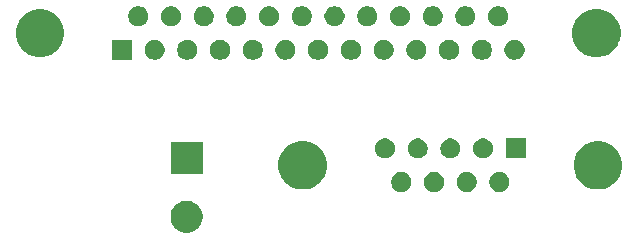
<source format=gbr>
G04 #@! TF.GenerationSoftware,KiCad,Pcbnew,5.1.5-52549c5~84~ubuntu18.04.1*
G04 #@! TF.CreationDate,2020-02-12T19:06:33-05:00*
G04 #@! TF.ProjectId,a3la_db25_to_db9,61336c61-5f64-4623-9235-5f746f5f6462,1*
G04 #@! TF.SameCoordinates,Original*
G04 #@! TF.FileFunction,Soldermask,Top*
G04 #@! TF.FilePolarity,Negative*
%FSLAX46Y46*%
G04 Gerber Fmt 4.6, Leading zero omitted, Abs format (unit mm)*
G04 Created by KiCad (PCBNEW 5.1.5-52549c5~84~ubuntu18.04.1) date 2020-02-12 19:06:33*
%MOMM*%
%LPD*%
G04 APERTURE LIST*
%ADD10C,0.100000*%
G04 APERTURE END LIST*
D10*
G36*
X122822072Y-91330918D02*
G01*
X123067939Y-91432759D01*
X123289212Y-91580610D01*
X123477390Y-91768788D01*
X123625241Y-91990061D01*
X123727082Y-92235928D01*
X123779000Y-92496938D01*
X123779000Y-92763062D01*
X123727082Y-93024072D01*
X123625241Y-93269939D01*
X123477390Y-93491212D01*
X123289212Y-93679390D01*
X123067939Y-93827241D01*
X123067938Y-93827242D01*
X123067937Y-93827242D01*
X122822072Y-93929082D01*
X122561063Y-93981000D01*
X122294937Y-93981000D01*
X122033928Y-93929082D01*
X121788063Y-93827242D01*
X121788062Y-93827242D01*
X121788061Y-93827241D01*
X121566788Y-93679390D01*
X121378610Y-93491212D01*
X121230759Y-93269939D01*
X121128918Y-93024072D01*
X121077000Y-92763062D01*
X121077000Y-92496938D01*
X121128918Y-92235928D01*
X121230759Y-91990061D01*
X121378610Y-91768788D01*
X121566788Y-91580610D01*
X121788061Y-91432759D01*
X122033928Y-91330918D01*
X122294937Y-91279000D01*
X122561063Y-91279000D01*
X122822072Y-91330918D01*
G37*
G36*
X149157216Y-88868229D02*
G01*
X149312088Y-88932379D01*
X149451469Y-89025511D01*
X149570003Y-89144045D01*
X149663135Y-89283426D01*
X149727285Y-89438298D01*
X149759988Y-89602710D01*
X149759988Y-89770342D01*
X149727285Y-89934754D01*
X149663135Y-90089626D01*
X149570003Y-90229007D01*
X149451469Y-90347541D01*
X149312088Y-90440673D01*
X149157216Y-90504823D01*
X148992804Y-90537526D01*
X148825172Y-90537526D01*
X148660760Y-90504823D01*
X148505888Y-90440673D01*
X148366507Y-90347541D01*
X148247973Y-90229007D01*
X148154841Y-90089626D01*
X148090691Y-89934754D01*
X148057988Y-89770342D01*
X148057988Y-89602710D01*
X148090691Y-89438298D01*
X148154841Y-89283426D01*
X148247973Y-89144045D01*
X148366507Y-89025511D01*
X148505888Y-88932379D01*
X148660760Y-88868229D01*
X148825172Y-88835526D01*
X148992804Y-88835526D01*
X149157216Y-88868229D01*
G37*
G36*
X140847216Y-88868229D02*
G01*
X141002088Y-88932379D01*
X141141469Y-89025511D01*
X141260003Y-89144045D01*
X141353135Y-89283426D01*
X141417285Y-89438298D01*
X141449988Y-89602710D01*
X141449988Y-89770342D01*
X141417285Y-89934754D01*
X141353135Y-90089626D01*
X141260003Y-90229007D01*
X141141469Y-90347541D01*
X141002088Y-90440673D01*
X140847216Y-90504823D01*
X140682804Y-90537526D01*
X140515172Y-90537526D01*
X140350760Y-90504823D01*
X140195888Y-90440673D01*
X140056507Y-90347541D01*
X139937973Y-90229007D01*
X139844841Y-90089626D01*
X139780691Y-89934754D01*
X139747988Y-89770342D01*
X139747988Y-89602710D01*
X139780691Y-89438298D01*
X139844841Y-89283426D01*
X139937973Y-89144045D01*
X140056507Y-89025511D01*
X140195888Y-88932379D01*
X140350760Y-88868229D01*
X140515172Y-88835526D01*
X140682804Y-88835526D01*
X140847216Y-88868229D01*
G37*
G36*
X143617216Y-88868229D02*
G01*
X143772088Y-88932379D01*
X143911469Y-89025511D01*
X144030003Y-89144045D01*
X144123135Y-89283426D01*
X144187285Y-89438298D01*
X144219988Y-89602710D01*
X144219988Y-89770342D01*
X144187285Y-89934754D01*
X144123135Y-90089626D01*
X144030003Y-90229007D01*
X143911469Y-90347541D01*
X143772088Y-90440673D01*
X143617216Y-90504823D01*
X143452804Y-90537526D01*
X143285172Y-90537526D01*
X143120760Y-90504823D01*
X142965888Y-90440673D01*
X142826507Y-90347541D01*
X142707973Y-90229007D01*
X142614841Y-90089626D01*
X142550691Y-89934754D01*
X142517988Y-89770342D01*
X142517988Y-89602710D01*
X142550691Y-89438298D01*
X142614841Y-89283426D01*
X142707973Y-89144045D01*
X142826507Y-89025511D01*
X142965888Y-88932379D01*
X143120760Y-88868229D01*
X143285172Y-88835526D01*
X143452804Y-88835526D01*
X143617216Y-88868229D01*
G37*
G36*
X146387216Y-88868229D02*
G01*
X146542088Y-88932379D01*
X146681469Y-89025511D01*
X146800003Y-89144045D01*
X146893135Y-89283426D01*
X146957285Y-89438298D01*
X146989988Y-89602710D01*
X146989988Y-89770342D01*
X146957285Y-89934754D01*
X146893135Y-90089626D01*
X146800003Y-90229007D01*
X146681469Y-90347541D01*
X146542088Y-90440673D01*
X146387216Y-90504823D01*
X146222804Y-90537526D01*
X146055172Y-90537526D01*
X145890760Y-90504823D01*
X145735888Y-90440673D01*
X145596507Y-90347541D01*
X145477973Y-90229007D01*
X145384841Y-90089626D01*
X145320691Y-89934754D01*
X145287988Y-89770342D01*
X145287988Y-89602710D01*
X145320691Y-89438298D01*
X145384841Y-89283426D01*
X145477973Y-89144045D01*
X145596507Y-89025511D01*
X145735888Y-88932379D01*
X145890760Y-88868229D01*
X146055172Y-88835526D01*
X146222804Y-88835526D01*
X146387216Y-88868229D01*
G37*
G36*
X157852242Y-86294344D02*
G01*
X158212158Y-86443426D01*
X158225501Y-86448953D01*
X158561424Y-86673410D01*
X158847104Y-86959090D01*
X158937753Y-87094755D01*
X159071562Y-87295015D01*
X159226170Y-87668272D01*
X159304988Y-88064519D01*
X159304988Y-88468533D01*
X159226170Y-88864780D01*
X159110494Y-89144046D01*
X159071561Y-89238039D01*
X158847104Y-89573962D01*
X158561424Y-89859642D01*
X158225501Y-90084099D01*
X158225500Y-90084100D01*
X158225499Y-90084100D01*
X157852242Y-90238708D01*
X157455995Y-90317526D01*
X157051981Y-90317526D01*
X156655734Y-90238708D01*
X156282477Y-90084100D01*
X156282476Y-90084100D01*
X156282475Y-90084099D01*
X155946552Y-89859642D01*
X155660872Y-89573962D01*
X155436415Y-89238039D01*
X155397482Y-89144046D01*
X155281806Y-88864780D01*
X155202988Y-88468533D01*
X155202988Y-88064519D01*
X155281806Y-87668272D01*
X155436414Y-87295015D01*
X155570224Y-87094755D01*
X155660872Y-86959090D01*
X155946552Y-86673410D01*
X156282475Y-86448953D01*
X156295818Y-86443426D01*
X156655734Y-86294344D01*
X157051981Y-86215526D01*
X157455995Y-86215526D01*
X157852242Y-86294344D01*
G37*
G36*
X132852242Y-86294344D02*
G01*
X133212158Y-86443426D01*
X133225501Y-86448953D01*
X133561424Y-86673410D01*
X133847104Y-86959090D01*
X133937753Y-87094755D01*
X134071562Y-87295015D01*
X134226170Y-87668272D01*
X134304988Y-88064519D01*
X134304988Y-88468533D01*
X134226170Y-88864780D01*
X134110494Y-89144046D01*
X134071561Y-89238039D01*
X133847104Y-89573962D01*
X133561424Y-89859642D01*
X133225501Y-90084099D01*
X133225500Y-90084100D01*
X133225499Y-90084100D01*
X132852242Y-90238708D01*
X132455995Y-90317526D01*
X132051981Y-90317526D01*
X131655734Y-90238708D01*
X131282477Y-90084100D01*
X131282476Y-90084100D01*
X131282475Y-90084099D01*
X130946552Y-89859642D01*
X130660872Y-89573962D01*
X130436415Y-89238039D01*
X130397482Y-89144046D01*
X130281806Y-88864780D01*
X130202988Y-88468533D01*
X130202988Y-88064519D01*
X130281806Y-87668272D01*
X130436414Y-87295015D01*
X130570224Y-87094755D01*
X130660872Y-86959090D01*
X130946552Y-86673410D01*
X131282475Y-86448953D01*
X131295818Y-86443426D01*
X131655734Y-86294344D01*
X132051981Y-86215526D01*
X132455995Y-86215526D01*
X132852242Y-86294344D01*
G37*
G36*
X123779000Y-88981000D02*
G01*
X121077000Y-88981000D01*
X121077000Y-86279000D01*
X123779000Y-86279000D01*
X123779000Y-88981000D01*
G37*
G36*
X151144988Y-87697526D02*
G01*
X149442988Y-87697526D01*
X149442988Y-85995526D01*
X151144988Y-85995526D01*
X151144988Y-87697526D01*
G37*
G36*
X147772216Y-86028229D02*
G01*
X147927088Y-86092379D01*
X148066469Y-86185511D01*
X148185003Y-86304045D01*
X148278135Y-86443426D01*
X148342285Y-86598298D01*
X148374988Y-86762710D01*
X148374988Y-86930342D01*
X148342285Y-87094754D01*
X148278135Y-87249626D01*
X148185003Y-87389007D01*
X148066469Y-87507541D01*
X147927088Y-87600673D01*
X147772216Y-87664823D01*
X147607804Y-87697526D01*
X147440172Y-87697526D01*
X147275760Y-87664823D01*
X147120888Y-87600673D01*
X146981507Y-87507541D01*
X146862973Y-87389007D01*
X146769841Y-87249626D01*
X146705691Y-87094754D01*
X146672988Y-86930342D01*
X146672988Y-86762710D01*
X146705691Y-86598298D01*
X146769841Y-86443426D01*
X146862973Y-86304045D01*
X146981507Y-86185511D01*
X147120888Y-86092379D01*
X147275760Y-86028229D01*
X147440172Y-85995526D01*
X147607804Y-85995526D01*
X147772216Y-86028229D01*
G37*
G36*
X145002216Y-86028229D02*
G01*
X145157088Y-86092379D01*
X145296469Y-86185511D01*
X145415003Y-86304045D01*
X145508135Y-86443426D01*
X145572285Y-86598298D01*
X145604988Y-86762710D01*
X145604988Y-86930342D01*
X145572285Y-87094754D01*
X145508135Y-87249626D01*
X145415003Y-87389007D01*
X145296469Y-87507541D01*
X145157088Y-87600673D01*
X145002216Y-87664823D01*
X144837804Y-87697526D01*
X144670172Y-87697526D01*
X144505760Y-87664823D01*
X144350888Y-87600673D01*
X144211507Y-87507541D01*
X144092973Y-87389007D01*
X143999841Y-87249626D01*
X143935691Y-87094754D01*
X143902988Y-86930342D01*
X143902988Y-86762710D01*
X143935691Y-86598298D01*
X143999841Y-86443426D01*
X144092973Y-86304045D01*
X144211507Y-86185511D01*
X144350888Y-86092379D01*
X144505760Y-86028229D01*
X144670172Y-85995526D01*
X144837804Y-85995526D01*
X145002216Y-86028229D01*
G37*
G36*
X142232216Y-86028229D02*
G01*
X142387088Y-86092379D01*
X142526469Y-86185511D01*
X142645003Y-86304045D01*
X142738135Y-86443426D01*
X142802285Y-86598298D01*
X142834988Y-86762710D01*
X142834988Y-86930342D01*
X142802285Y-87094754D01*
X142738135Y-87249626D01*
X142645003Y-87389007D01*
X142526469Y-87507541D01*
X142387088Y-87600673D01*
X142232216Y-87664823D01*
X142067804Y-87697526D01*
X141900172Y-87697526D01*
X141735760Y-87664823D01*
X141580888Y-87600673D01*
X141441507Y-87507541D01*
X141322973Y-87389007D01*
X141229841Y-87249626D01*
X141165691Y-87094754D01*
X141132988Y-86930342D01*
X141132988Y-86762710D01*
X141165691Y-86598298D01*
X141229841Y-86443426D01*
X141322973Y-86304045D01*
X141441507Y-86185511D01*
X141580888Y-86092379D01*
X141735760Y-86028229D01*
X141900172Y-85995526D01*
X142067804Y-85995526D01*
X142232216Y-86028229D01*
G37*
G36*
X139462216Y-86028229D02*
G01*
X139617088Y-86092379D01*
X139756469Y-86185511D01*
X139875003Y-86304045D01*
X139968135Y-86443426D01*
X140032285Y-86598298D01*
X140064988Y-86762710D01*
X140064988Y-86930342D01*
X140032285Y-87094754D01*
X139968135Y-87249626D01*
X139875003Y-87389007D01*
X139756469Y-87507541D01*
X139617088Y-87600673D01*
X139462216Y-87664823D01*
X139297804Y-87697526D01*
X139130172Y-87697526D01*
X138965760Y-87664823D01*
X138810888Y-87600673D01*
X138671507Y-87507541D01*
X138552973Y-87389007D01*
X138459841Y-87249626D01*
X138395691Y-87094754D01*
X138362988Y-86930342D01*
X138362988Y-86762710D01*
X138395691Y-86598298D01*
X138459841Y-86443426D01*
X138552973Y-86304045D01*
X138671507Y-86185511D01*
X138810888Y-86092379D01*
X138965760Y-86028229D01*
X139130172Y-85995526D01*
X139297804Y-85995526D01*
X139462216Y-86028229D01*
G37*
G36*
X147663550Y-77678563D02*
G01*
X147818422Y-77742713D01*
X147957803Y-77835845D01*
X148076337Y-77954379D01*
X148169469Y-78093760D01*
X148233619Y-78248632D01*
X148266322Y-78413044D01*
X148266322Y-78580676D01*
X148233619Y-78745088D01*
X148169469Y-78899960D01*
X148076337Y-79039341D01*
X147957803Y-79157875D01*
X147818422Y-79251007D01*
X147663550Y-79315157D01*
X147499138Y-79347860D01*
X147331506Y-79347860D01*
X147167094Y-79315157D01*
X147012222Y-79251007D01*
X146872841Y-79157875D01*
X146754307Y-79039341D01*
X146661175Y-78899960D01*
X146597025Y-78745088D01*
X146564322Y-78580676D01*
X146564322Y-78413044D01*
X146597025Y-78248632D01*
X146661175Y-78093760D01*
X146754307Y-77954379D01*
X146872841Y-77835845D01*
X147012222Y-77742713D01*
X147167094Y-77678563D01*
X147331506Y-77645860D01*
X147499138Y-77645860D01*
X147663550Y-77678563D01*
G37*
G36*
X144893550Y-77678563D02*
G01*
X145048422Y-77742713D01*
X145187803Y-77835845D01*
X145306337Y-77954379D01*
X145399469Y-78093760D01*
X145463619Y-78248632D01*
X145496322Y-78413044D01*
X145496322Y-78580676D01*
X145463619Y-78745088D01*
X145399469Y-78899960D01*
X145306337Y-79039341D01*
X145187803Y-79157875D01*
X145048422Y-79251007D01*
X144893550Y-79315157D01*
X144729138Y-79347860D01*
X144561506Y-79347860D01*
X144397094Y-79315157D01*
X144242222Y-79251007D01*
X144102841Y-79157875D01*
X143984307Y-79039341D01*
X143891175Y-78899960D01*
X143827025Y-78745088D01*
X143794322Y-78580676D01*
X143794322Y-78413044D01*
X143827025Y-78248632D01*
X143891175Y-78093760D01*
X143984307Y-77954379D01*
X144102841Y-77835845D01*
X144242222Y-77742713D01*
X144397094Y-77678563D01*
X144561506Y-77645860D01*
X144729138Y-77645860D01*
X144893550Y-77678563D01*
G37*
G36*
X139353550Y-77678563D02*
G01*
X139508422Y-77742713D01*
X139647803Y-77835845D01*
X139766337Y-77954379D01*
X139859469Y-78093760D01*
X139923619Y-78248632D01*
X139956322Y-78413044D01*
X139956322Y-78580676D01*
X139923619Y-78745088D01*
X139859469Y-78899960D01*
X139766337Y-79039341D01*
X139647803Y-79157875D01*
X139508422Y-79251007D01*
X139353550Y-79315157D01*
X139189138Y-79347860D01*
X139021506Y-79347860D01*
X138857094Y-79315157D01*
X138702222Y-79251007D01*
X138562841Y-79157875D01*
X138444307Y-79039341D01*
X138351175Y-78899960D01*
X138287025Y-78745088D01*
X138254322Y-78580676D01*
X138254322Y-78413044D01*
X138287025Y-78248632D01*
X138351175Y-78093760D01*
X138444307Y-77954379D01*
X138562841Y-77835845D01*
X138702222Y-77742713D01*
X138857094Y-77678563D01*
X139021506Y-77645860D01*
X139189138Y-77645860D01*
X139353550Y-77678563D01*
G37*
G36*
X136583550Y-77678563D02*
G01*
X136738422Y-77742713D01*
X136877803Y-77835845D01*
X136996337Y-77954379D01*
X137089469Y-78093760D01*
X137153619Y-78248632D01*
X137186322Y-78413044D01*
X137186322Y-78580676D01*
X137153619Y-78745088D01*
X137089469Y-78899960D01*
X136996337Y-79039341D01*
X136877803Y-79157875D01*
X136738422Y-79251007D01*
X136583550Y-79315157D01*
X136419138Y-79347860D01*
X136251506Y-79347860D01*
X136087094Y-79315157D01*
X135932222Y-79251007D01*
X135792841Y-79157875D01*
X135674307Y-79039341D01*
X135581175Y-78899960D01*
X135517025Y-78745088D01*
X135484322Y-78580676D01*
X135484322Y-78413044D01*
X135517025Y-78248632D01*
X135581175Y-78093760D01*
X135674307Y-77954379D01*
X135792841Y-77835845D01*
X135932222Y-77742713D01*
X136087094Y-77678563D01*
X136251506Y-77645860D01*
X136419138Y-77645860D01*
X136583550Y-77678563D01*
G37*
G36*
X133813550Y-77678563D02*
G01*
X133968422Y-77742713D01*
X134107803Y-77835845D01*
X134226337Y-77954379D01*
X134319469Y-78093760D01*
X134383619Y-78248632D01*
X134416322Y-78413044D01*
X134416322Y-78580676D01*
X134383619Y-78745088D01*
X134319469Y-78899960D01*
X134226337Y-79039341D01*
X134107803Y-79157875D01*
X133968422Y-79251007D01*
X133813550Y-79315157D01*
X133649138Y-79347860D01*
X133481506Y-79347860D01*
X133317094Y-79315157D01*
X133162222Y-79251007D01*
X133022841Y-79157875D01*
X132904307Y-79039341D01*
X132811175Y-78899960D01*
X132747025Y-78745088D01*
X132714322Y-78580676D01*
X132714322Y-78413044D01*
X132747025Y-78248632D01*
X132811175Y-78093760D01*
X132904307Y-77954379D01*
X133022841Y-77835845D01*
X133162222Y-77742713D01*
X133317094Y-77678563D01*
X133481506Y-77645860D01*
X133649138Y-77645860D01*
X133813550Y-77678563D01*
G37*
G36*
X131043550Y-77678563D02*
G01*
X131198422Y-77742713D01*
X131337803Y-77835845D01*
X131456337Y-77954379D01*
X131549469Y-78093760D01*
X131613619Y-78248632D01*
X131646322Y-78413044D01*
X131646322Y-78580676D01*
X131613619Y-78745088D01*
X131549469Y-78899960D01*
X131456337Y-79039341D01*
X131337803Y-79157875D01*
X131198422Y-79251007D01*
X131043550Y-79315157D01*
X130879138Y-79347860D01*
X130711506Y-79347860D01*
X130547094Y-79315157D01*
X130392222Y-79251007D01*
X130252841Y-79157875D01*
X130134307Y-79039341D01*
X130041175Y-78899960D01*
X129977025Y-78745088D01*
X129944322Y-78580676D01*
X129944322Y-78413044D01*
X129977025Y-78248632D01*
X130041175Y-78093760D01*
X130134307Y-77954379D01*
X130252841Y-77835845D01*
X130392222Y-77742713D01*
X130547094Y-77678563D01*
X130711506Y-77645860D01*
X130879138Y-77645860D01*
X131043550Y-77678563D01*
G37*
G36*
X125503550Y-77678563D02*
G01*
X125658422Y-77742713D01*
X125797803Y-77835845D01*
X125916337Y-77954379D01*
X126009469Y-78093760D01*
X126073619Y-78248632D01*
X126106322Y-78413044D01*
X126106322Y-78580676D01*
X126073619Y-78745088D01*
X126009469Y-78899960D01*
X125916337Y-79039341D01*
X125797803Y-79157875D01*
X125658422Y-79251007D01*
X125503550Y-79315157D01*
X125339138Y-79347860D01*
X125171506Y-79347860D01*
X125007094Y-79315157D01*
X124852222Y-79251007D01*
X124712841Y-79157875D01*
X124594307Y-79039341D01*
X124501175Y-78899960D01*
X124437025Y-78745088D01*
X124404322Y-78580676D01*
X124404322Y-78413044D01*
X124437025Y-78248632D01*
X124501175Y-78093760D01*
X124594307Y-77954379D01*
X124712841Y-77835845D01*
X124852222Y-77742713D01*
X125007094Y-77678563D01*
X125171506Y-77645860D01*
X125339138Y-77645860D01*
X125503550Y-77678563D01*
G37*
G36*
X122733550Y-77678563D02*
G01*
X122888422Y-77742713D01*
X123027803Y-77835845D01*
X123146337Y-77954379D01*
X123239469Y-78093760D01*
X123303619Y-78248632D01*
X123336322Y-78413044D01*
X123336322Y-78580676D01*
X123303619Y-78745088D01*
X123239469Y-78899960D01*
X123146337Y-79039341D01*
X123027803Y-79157875D01*
X122888422Y-79251007D01*
X122733550Y-79315157D01*
X122569138Y-79347860D01*
X122401506Y-79347860D01*
X122237094Y-79315157D01*
X122082222Y-79251007D01*
X121942841Y-79157875D01*
X121824307Y-79039341D01*
X121731175Y-78899960D01*
X121667025Y-78745088D01*
X121634322Y-78580676D01*
X121634322Y-78413044D01*
X121667025Y-78248632D01*
X121731175Y-78093760D01*
X121824307Y-77954379D01*
X121942841Y-77835845D01*
X122082222Y-77742713D01*
X122237094Y-77678563D01*
X122401506Y-77645860D01*
X122569138Y-77645860D01*
X122733550Y-77678563D01*
G37*
G36*
X119963550Y-77678563D02*
G01*
X120118422Y-77742713D01*
X120257803Y-77835845D01*
X120376337Y-77954379D01*
X120469469Y-78093760D01*
X120533619Y-78248632D01*
X120566322Y-78413044D01*
X120566322Y-78580676D01*
X120533619Y-78745088D01*
X120469469Y-78899960D01*
X120376337Y-79039341D01*
X120257803Y-79157875D01*
X120118422Y-79251007D01*
X119963550Y-79315157D01*
X119799138Y-79347860D01*
X119631506Y-79347860D01*
X119467094Y-79315157D01*
X119312222Y-79251007D01*
X119172841Y-79157875D01*
X119054307Y-79039341D01*
X118961175Y-78899960D01*
X118897025Y-78745088D01*
X118864322Y-78580676D01*
X118864322Y-78413044D01*
X118897025Y-78248632D01*
X118961175Y-78093760D01*
X119054307Y-77954379D01*
X119172841Y-77835845D01*
X119312222Y-77742713D01*
X119467094Y-77678563D01*
X119631506Y-77645860D01*
X119799138Y-77645860D01*
X119963550Y-77678563D01*
G37*
G36*
X142123550Y-77678563D02*
G01*
X142278422Y-77742713D01*
X142417803Y-77835845D01*
X142536337Y-77954379D01*
X142629469Y-78093760D01*
X142693619Y-78248632D01*
X142726322Y-78413044D01*
X142726322Y-78580676D01*
X142693619Y-78745088D01*
X142629469Y-78899960D01*
X142536337Y-79039341D01*
X142417803Y-79157875D01*
X142278422Y-79251007D01*
X142123550Y-79315157D01*
X141959138Y-79347860D01*
X141791506Y-79347860D01*
X141627094Y-79315157D01*
X141472222Y-79251007D01*
X141332841Y-79157875D01*
X141214307Y-79039341D01*
X141121175Y-78899960D01*
X141057025Y-78745088D01*
X141024322Y-78580676D01*
X141024322Y-78413044D01*
X141057025Y-78248632D01*
X141121175Y-78093760D01*
X141214307Y-77954379D01*
X141332841Y-77835845D01*
X141472222Y-77742713D01*
X141627094Y-77678563D01*
X141791506Y-77645860D01*
X141959138Y-77645860D01*
X142123550Y-77678563D01*
G37*
G36*
X150433550Y-77678563D02*
G01*
X150588422Y-77742713D01*
X150727803Y-77835845D01*
X150846337Y-77954379D01*
X150939469Y-78093760D01*
X151003619Y-78248632D01*
X151036322Y-78413044D01*
X151036322Y-78580676D01*
X151003619Y-78745088D01*
X150939469Y-78899960D01*
X150846337Y-79039341D01*
X150727803Y-79157875D01*
X150588422Y-79251007D01*
X150433550Y-79315157D01*
X150269138Y-79347860D01*
X150101506Y-79347860D01*
X149937094Y-79315157D01*
X149782222Y-79251007D01*
X149642841Y-79157875D01*
X149524307Y-79039341D01*
X149431175Y-78899960D01*
X149367025Y-78745088D01*
X149334322Y-78580676D01*
X149334322Y-78413044D01*
X149367025Y-78248632D01*
X149431175Y-78093760D01*
X149524307Y-77954379D01*
X149642841Y-77835845D01*
X149782222Y-77742713D01*
X149937094Y-77678563D01*
X150101506Y-77645860D01*
X150269138Y-77645860D01*
X150433550Y-77678563D01*
G37*
G36*
X117796322Y-79347860D02*
G01*
X116094322Y-79347860D01*
X116094322Y-77645860D01*
X117796322Y-77645860D01*
X117796322Y-79347860D01*
G37*
G36*
X128273550Y-77678563D02*
G01*
X128428422Y-77742713D01*
X128567803Y-77835845D01*
X128686337Y-77954379D01*
X128779469Y-78093760D01*
X128843619Y-78248632D01*
X128876322Y-78413044D01*
X128876322Y-78580676D01*
X128843619Y-78745088D01*
X128779469Y-78899960D01*
X128686337Y-79039341D01*
X128567803Y-79157875D01*
X128428422Y-79251007D01*
X128273550Y-79315157D01*
X128109138Y-79347860D01*
X127941506Y-79347860D01*
X127777094Y-79315157D01*
X127622222Y-79251007D01*
X127482841Y-79157875D01*
X127364307Y-79039341D01*
X127271175Y-78899960D01*
X127207025Y-78745088D01*
X127174322Y-78580676D01*
X127174322Y-78413044D01*
X127207025Y-78248632D01*
X127271175Y-78093760D01*
X127364307Y-77954379D01*
X127482841Y-77835845D01*
X127622222Y-77742713D01*
X127777094Y-77678563D01*
X127941506Y-77645860D01*
X128109138Y-77645860D01*
X128273550Y-77678563D01*
G37*
G36*
X110613576Y-75104678D02*
G01*
X110973492Y-75253760D01*
X110986835Y-75259287D01*
X111322758Y-75483744D01*
X111608438Y-75769424D01*
X111699087Y-75905089D01*
X111832896Y-76105349D01*
X111987504Y-76478606D01*
X112066322Y-76874853D01*
X112066322Y-77278867D01*
X111987504Y-77675114D01*
X111871828Y-77954380D01*
X111832895Y-78048373D01*
X111608438Y-78384296D01*
X111322758Y-78669976D01*
X110986835Y-78894433D01*
X110986834Y-78894434D01*
X110986833Y-78894434D01*
X110613576Y-79049042D01*
X110217329Y-79127860D01*
X109813315Y-79127860D01*
X109417068Y-79049042D01*
X109043811Y-78894434D01*
X109043810Y-78894434D01*
X109043809Y-78894433D01*
X108707886Y-78669976D01*
X108422206Y-78384296D01*
X108197749Y-78048373D01*
X108158816Y-77954380D01*
X108043140Y-77675114D01*
X107964322Y-77278867D01*
X107964322Y-76874853D01*
X108043140Y-76478606D01*
X108197748Y-76105349D01*
X108331558Y-75905089D01*
X108422206Y-75769424D01*
X108707886Y-75483744D01*
X109043809Y-75259287D01*
X109057152Y-75253760D01*
X109417068Y-75104678D01*
X109813315Y-75025860D01*
X110217329Y-75025860D01*
X110613576Y-75104678D01*
G37*
G36*
X157713576Y-75104678D02*
G01*
X158073492Y-75253760D01*
X158086835Y-75259287D01*
X158422758Y-75483744D01*
X158708438Y-75769424D01*
X158799087Y-75905089D01*
X158932896Y-76105349D01*
X159087504Y-76478606D01*
X159166322Y-76874853D01*
X159166322Y-77278867D01*
X159087504Y-77675114D01*
X158971828Y-77954380D01*
X158932895Y-78048373D01*
X158708438Y-78384296D01*
X158422758Y-78669976D01*
X158086835Y-78894433D01*
X158086834Y-78894434D01*
X158086833Y-78894434D01*
X157713576Y-79049042D01*
X157317329Y-79127860D01*
X156913315Y-79127860D01*
X156517068Y-79049042D01*
X156143811Y-78894434D01*
X156143810Y-78894434D01*
X156143809Y-78894433D01*
X155807886Y-78669976D01*
X155522206Y-78384296D01*
X155297749Y-78048373D01*
X155258816Y-77954380D01*
X155143140Y-77675114D01*
X155064322Y-77278867D01*
X155064322Y-76874853D01*
X155143140Y-76478606D01*
X155297748Y-76105349D01*
X155431558Y-75905089D01*
X155522206Y-75769424D01*
X155807886Y-75483744D01*
X156143809Y-75259287D01*
X156157152Y-75253760D01*
X156517068Y-75104678D01*
X156913315Y-75025860D01*
X157317329Y-75025860D01*
X157713576Y-75104678D01*
G37*
G36*
X124118550Y-74838563D02*
G01*
X124273422Y-74902713D01*
X124412803Y-74995845D01*
X124531337Y-75114379D01*
X124624469Y-75253760D01*
X124688619Y-75408632D01*
X124721322Y-75573044D01*
X124721322Y-75740676D01*
X124688619Y-75905088D01*
X124624469Y-76059960D01*
X124531337Y-76199341D01*
X124412803Y-76317875D01*
X124273422Y-76411007D01*
X124118550Y-76475157D01*
X123954138Y-76507860D01*
X123786506Y-76507860D01*
X123622094Y-76475157D01*
X123467222Y-76411007D01*
X123327841Y-76317875D01*
X123209307Y-76199341D01*
X123116175Y-76059960D01*
X123052025Y-75905088D01*
X123019322Y-75740676D01*
X123019322Y-75573044D01*
X123052025Y-75408632D01*
X123116175Y-75253760D01*
X123209307Y-75114379D01*
X123327841Y-74995845D01*
X123467222Y-74902713D01*
X123622094Y-74838563D01*
X123786506Y-74805860D01*
X123954138Y-74805860D01*
X124118550Y-74838563D01*
G37*
G36*
X126888550Y-74838563D02*
G01*
X127043422Y-74902713D01*
X127182803Y-74995845D01*
X127301337Y-75114379D01*
X127394469Y-75253760D01*
X127458619Y-75408632D01*
X127491322Y-75573044D01*
X127491322Y-75740676D01*
X127458619Y-75905088D01*
X127394469Y-76059960D01*
X127301337Y-76199341D01*
X127182803Y-76317875D01*
X127043422Y-76411007D01*
X126888550Y-76475157D01*
X126724138Y-76507860D01*
X126556506Y-76507860D01*
X126392094Y-76475157D01*
X126237222Y-76411007D01*
X126097841Y-76317875D01*
X125979307Y-76199341D01*
X125886175Y-76059960D01*
X125822025Y-75905088D01*
X125789322Y-75740676D01*
X125789322Y-75573044D01*
X125822025Y-75408632D01*
X125886175Y-75253760D01*
X125979307Y-75114379D01*
X126097841Y-74995845D01*
X126237222Y-74902713D01*
X126392094Y-74838563D01*
X126556506Y-74805860D01*
X126724138Y-74805860D01*
X126888550Y-74838563D01*
G37*
G36*
X129658550Y-74838563D02*
G01*
X129813422Y-74902713D01*
X129952803Y-74995845D01*
X130071337Y-75114379D01*
X130164469Y-75253760D01*
X130228619Y-75408632D01*
X130261322Y-75573044D01*
X130261322Y-75740676D01*
X130228619Y-75905088D01*
X130164469Y-76059960D01*
X130071337Y-76199341D01*
X129952803Y-76317875D01*
X129813422Y-76411007D01*
X129658550Y-76475157D01*
X129494138Y-76507860D01*
X129326506Y-76507860D01*
X129162094Y-76475157D01*
X129007222Y-76411007D01*
X128867841Y-76317875D01*
X128749307Y-76199341D01*
X128656175Y-76059960D01*
X128592025Y-75905088D01*
X128559322Y-75740676D01*
X128559322Y-75573044D01*
X128592025Y-75408632D01*
X128656175Y-75253760D01*
X128749307Y-75114379D01*
X128867841Y-74995845D01*
X129007222Y-74902713D01*
X129162094Y-74838563D01*
X129326506Y-74805860D01*
X129494138Y-74805860D01*
X129658550Y-74838563D01*
G37*
G36*
X132428550Y-74838563D02*
G01*
X132583422Y-74902713D01*
X132722803Y-74995845D01*
X132841337Y-75114379D01*
X132934469Y-75253760D01*
X132998619Y-75408632D01*
X133031322Y-75573044D01*
X133031322Y-75740676D01*
X132998619Y-75905088D01*
X132934469Y-76059960D01*
X132841337Y-76199341D01*
X132722803Y-76317875D01*
X132583422Y-76411007D01*
X132428550Y-76475157D01*
X132264138Y-76507860D01*
X132096506Y-76507860D01*
X131932094Y-76475157D01*
X131777222Y-76411007D01*
X131637841Y-76317875D01*
X131519307Y-76199341D01*
X131426175Y-76059960D01*
X131362025Y-75905088D01*
X131329322Y-75740676D01*
X131329322Y-75573044D01*
X131362025Y-75408632D01*
X131426175Y-75253760D01*
X131519307Y-75114379D01*
X131637841Y-74995845D01*
X131777222Y-74902713D01*
X131932094Y-74838563D01*
X132096506Y-74805860D01*
X132264138Y-74805860D01*
X132428550Y-74838563D01*
G37*
G36*
X135198550Y-74838563D02*
G01*
X135353422Y-74902713D01*
X135492803Y-74995845D01*
X135611337Y-75114379D01*
X135704469Y-75253760D01*
X135768619Y-75408632D01*
X135801322Y-75573044D01*
X135801322Y-75740676D01*
X135768619Y-75905088D01*
X135704469Y-76059960D01*
X135611337Y-76199341D01*
X135492803Y-76317875D01*
X135353422Y-76411007D01*
X135198550Y-76475157D01*
X135034138Y-76507860D01*
X134866506Y-76507860D01*
X134702094Y-76475157D01*
X134547222Y-76411007D01*
X134407841Y-76317875D01*
X134289307Y-76199341D01*
X134196175Y-76059960D01*
X134132025Y-75905088D01*
X134099322Y-75740676D01*
X134099322Y-75573044D01*
X134132025Y-75408632D01*
X134196175Y-75253760D01*
X134289307Y-75114379D01*
X134407841Y-74995845D01*
X134547222Y-74902713D01*
X134702094Y-74838563D01*
X134866506Y-74805860D01*
X135034138Y-74805860D01*
X135198550Y-74838563D01*
G37*
G36*
X137968550Y-74838563D02*
G01*
X138123422Y-74902713D01*
X138262803Y-74995845D01*
X138381337Y-75114379D01*
X138474469Y-75253760D01*
X138538619Y-75408632D01*
X138571322Y-75573044D01*
X138571322Y-75740676D01*
X138538619Y-75905088D01*
X138474469Y-76059960D01*
X138381337Y-76199341D01*
X138262803Y-76317875D01*
X138123422Y-76411007D01*
X137968550Y-76475157D01*
X137804138Y-76507860D01*
X137636506Y-76507860D01*
X137472094Y-76475157D01*
X137317222Y-76411007D01*
X137177841Y-76317875D01*
X137059307Y-76199341D01*
X136966175Y-76059960D01*
X136902025Y-75905088D01*
X136869322Y-75740676D01*
X136869322Y-75573044D01*
X136902025Y-75408632D01*
X136966175Y-75253760D01*
X137059307Y-75114379D01*
X137177841Y-74995845D01*
X137317222Y-74902713D01*
X137472094Y-74838563D01*
X137636506Y-74805860D01*
X137804138Y-74805860D01*
X137968550Y-74838563D01*
G37*
G36*
X140738550Y-74838563D02*
G01*
X140893422Y-74902713D01*
X141032803Y-74995845D01*
X141151337Y-75114379D01*
X141244469Y-75253760D01*
X141308619Y-75408632D01*
X141341322Y-75573044D01*
X141341322Y-75740676D01*
X141308619Y-75905088D01*
X141244469Y-76059960D01*
X141151337Y-76199341D01*
X141032803Y-76317875D01*
X140893422Y-76411007D01*
X140738550Y-76475157D01*
X140574138Y-76507860D01*
X140406506Y-76507860D01*
X140242094Y-76475157D01*
X140087222Y-76411007D01*
X139947841Y-76317875D01*
X139829307Y-76199341D01*
X139736175Y-76059960D01*
X139672025Y-75905088D01*
X139639322Y-75740676D01*
X139639322Y-75573044D01*
X139672025Y-75408632D01*
X139736175Y-75253760D01*
X139829307Y-75114379D01*
X139947841Y-74995845D01*
X140087222Y-74902713D01*
X140242094Y-74838563D01*
X140406506Y-74805860D01*
X140574138Y-74805860D01*
X140738550Y-74838563D01*
G37*
G36*
X143508550Y-74838563D02*
G01*
X143663422Y-74902713D01*
X143802803Y-74995845D01*
X143921337Y-75114379D01*
X144014469Y-75253760D01*
X144078619Y-75408632D01*
X144111322Y-75573044D01*
X144111322Y-75740676D01*
X144078619Y-75905088D01*
X144014469Y-76059960D01*
X143921337Y-76199341D01*
X143802803Y-76317875D01*
X143663422Y-76411007D01*
X143508550Y-76475157D01*
X143344138Y-76507860D01*
X143176506Y-76507860D01*
X143012094Y-76475157D01*
X142857222Y-76411007D01*
X142717841Y-76317875D01*
X142599307Y-76199341D01*
X142506175Y-76059960D01*
X142442025Y-75905088D01*
X142409322Y-75740676D01*
X142409322Y-75573044D01*
X142442025Y-75408632D01*
X142506175Y-75253760D01*
X142599307Y-75114379D01*
X142717841Y-74995845D01*
X142857222Y-74902713D01*
X143012094Y-74838563D01*
X143176506Y-74805860D01*
X143344138Y-74805860D01*
X143508550Y-74838563D01*
G37*
G36*
X146278550Y-74838563D02*
G01*
X146433422Y-74902713D01*
X146572803Y-74995845D01*
X146691337Y-75114379D01*
X146784469Y-75253760D01*
X146848619Y-75408632D01*
X146881322Y-75573044D01*
X146881322Y-75740676D01*
X146848619Y-75905088D01*
X146784469Y-76059960D01*
X146691337Y-76199341D01*
X146572803Y-76317875D01*
X146433422Y-76411007D01*
X146278550Y-76475157D01*
X146114138Y-76507860D01*
X145946506Y-76507860D01*
X145782094Y-76475157D01*
X145627222Y-76411007D01*
X145487841Y-76317875D01*
X145369307Y-76199341D01*
X145276175Y-76059960D01*
X145212025Y-75905088D01*
X145179322Y-75740676D01*
X145179322Y-75573044D01*
X145212025Y-75408632D01*
X145276175Y-75253760D01*
X145369307Y-75114379D01*
X145487841Y-74995845D01*
X145627222Y-74902713D01*
X145782094Y-74838563D01*
X145946506Y-74805860D01*
X146114138Y-74805860D01*
X146278550Y-74838563D01*
G37*
G36*
X149048550Y-74838563D02*
G01*
X149203422Y-74902713D01*
X149342803Y-74995845D01*
X149461337Y-75114379D01*
X149554469Y-75253760D01*
X149618619Y-75408632D01*
X149651322Y-75573044D01*
X149651322Y-75740676D01*
X149618619Y-75905088D01*
X149554469Y-76059960D01*
X149461337Y-76199341D01*
X149342803Y-76317875D01*
X149203422Y-76411007D01*
X149048550Y-76475157D01*
X148884138Y-76507860D01*
X148716506Y-76507860D01*
X148552094Y-76475157D01*
X148397222Y-76411007D01*
X148257841Y-76317875D01*
X148139307Y-76199341D01*
X148046175Y-76059960D01*
X147982025Y-75905088D01*
X147949322Y-75740676D01*
X147949322Y-75573044D01*
X147982025Y-75408632D01*
X148046175Y-75253760D01*
X148139307Y-75114379D01*
X148257841Y-74995845D01*
X148397222Y-74902713D01*
X148552094Y-74838563D01*
X148716506Y-74805860D01*
X148884138Y-74805860D01*
X149048550Y-74838563D01*
G37*
G36*
X118578550Y-74838563D02*
G01*
X118733422Y-74902713D01*
X118872803Y-74995845D01*
X118991337Y-75114379D01*
X119084469Y-75253760D01*
X119148619Y-75408632D01*
X119181322Y-75573044D01*
X119181322Y-75740676D01*
X119148619Y-75905088D01*
X119084469Y-76059960D01*
X118991337Y-76199341D01*
X118872803Y-76317875D01*
X118733422Y-76411007D01*
X118578550Y-76475157D01*
X118414138Y-76507860D01*
X118246506Y-76507860D01*
X118082094Y-76475157D01*
X117927222Y-76411007D01*
X117787841Y-76317875D01*
X117669307Y-76199341D01*
X117576175Y-76059960D01*
X117512025Y-75905088D01*
X117479322Y-75740676D01*
X117479322Y-75573044D01*
X117512025Y-75408632D01*
X117576175Y-75253760D01*
X117669307Y-75114379D01*
X117787841Y-74995845D01*
X117927222Y-74902713D01*
X118082094Y-74838563D01*
X118246506Y-74805860D01*
X118414138Y-74805860D01*
X118578550Y-74838563D01*
G37*
G36*
X121348550Y-74838563D02*
G01*
X121503422Y-74902713D01*
X121642803Y-74995845D01*
X121761337Y-75114379D01*
X121854469Y-75253760D01*
X121918619Y-75408632D01*
X121951322Y-75573044D01*
X121951322Y-75740676D01*
X121918619Y-75905088D01*
X121854469Y-76059960D01*
X121761337Y-76199341D01*
X121642803Y-76317875D01*
X121503422Y-76411007D01*
X121348550Y-76475157D01*
X121184138Y-76507860D01*
X121016506Y-76507860D01*
X120852094Y-76475157D01*
X120697222Y-76411007D01*
X120557841Y-76317875D01*
X120439307Y-76199341D01*
X120346175Y-76059960D01*
X120282025Y-75905088D01*
X120249322Y-75740676D01*
X120249322Y-75573044D01*
X120282025Y-75408632D01*
X120346175Y-75253760D01*
X120439307Y-75114379D01*
X120557841Y-74995845D01*
X120697222Y-74902713D01*
X120852094Y-74838563D01*
X121016506Y-74805860D01*
X121184138Y-74805860D01*
X121348550Y-74838563D01*
G37*
M02*

</source>
